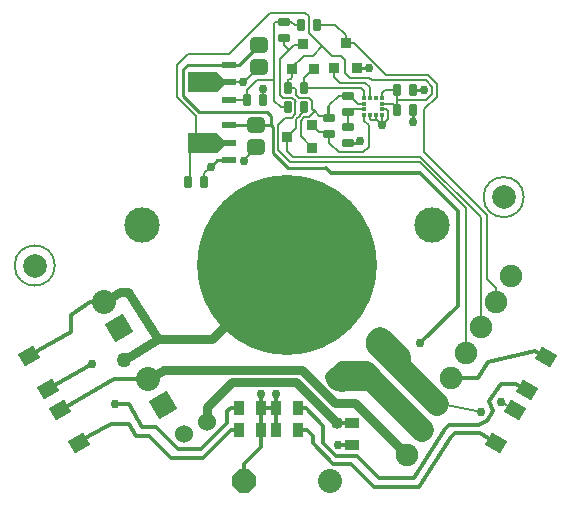
<source format=gtl>
G04 Layer_Physical_Order=1*
G04 Layer_Color=255*
%FSLAX24Y24*%
%MOIN*%
G70*
G01*
G75*
%ADD10C,0.0070*%
%ADD11C,0.0200*%
G04:AMPARAMS|DCode=12|XSize=47.2mil|YSize=59.1mil|CornerRadius=0mil|HoleSize=0mil|Usage=FLASHONLY|Rotation=240.000|XOffset=0mil|YOffset=0mil|HoleType=Round|Shape=Rectangle|*
%AMROTATEDRECTD12*
4,1,4,-0.0138,0.0352,0.0374,0.0057,0.0138,-0.0352,-0.0374,-0.0057,-0.0138,0.0352,0.0*
%
%ADD12ROTATEDRECTD12*%

G04:AMPARAMS|DCode=13|XSize=47.2mil|YSize=59.1mil|CornerRadius=0mil|HoleSize=0mil|Usage=FLASHONLY|Rotation=300.000|XOffset=0mil|YOffset=0mil|HoleType=Round|Shape=Rectangle|*
%AMROTATEDRECTD13*
4,1,4,-0.0374,0.0057,0.0138,0.0352,0.0374,-0.0057,-0.0138,-0.0352,-0.0374,0.0057,0.0*
%
%ADD13ROTATEDRECTD13*%

G04:AMPARAMS|DCode=14|XSize=52mil|YSize=60mil|CornerRadius=13mil|HoleSize=0mil|Usage=FLASHONLY|Rotation=270.000|XOffset=0mil|YOffset=0mil|HoleType=Round|Shape=RoundedRectangle|*
%AMROUNDEDRECTD14*
21,1,0.0520,0.0340,0,0,270.0*
21,1,0.0260,0.0600,0,0,270.0*
1,1,0.0260,-0.0170,-0.0130*
1,1,0.0260,-0.0170,0.0130*
1,1,0.0260,0.0170,0.0130*
1,1,0.0260,0.0170,-0.0130*
%
%ADD14ROUNDEDRECTD14*%
G04:AMPARAMS|DCode=15|XSize=78.7mil|YSize=78.7mil|CornerRadius=39.4mil|HoleSize=0mil|Usage=FLASHONLY|Rotation=45.000|XOffset=0mil|YOffset=0mil|HoleType=Round|Shape=RoundedRectangle|*
%AMROUNDEDRECTD15*
21,1,0.0787,0.0000,0,0,45.0*
21,1,0.0000,0.0787,0,0,45.0*
1,1,0.0787,0.0000,0.0000*
1,1,0.0787,0.0000,0.0000*
1,1,0.0787,0.0000,0.0000*
1,1,0.0787,0.0000,0.0000*
%
%ADD15ROUNDEDRECTD15*%
G04:AMPARAMS|DCode=16|XSize=78.7mil|YSize=78.7mil|CornerRadius=39.4mil|HoleSize=0mil|Usage=FLASHONLY|Rotation=60.000|XOffset=0mil|YOffset=0mil|HoleType=Round|Shape=RoundedRectangle|*
%AMROUNDEDRECTD16*
21,1,0.0787,0.0000,0,0,60.0*
21,1,0.0000,0.0787,0,0,60.0*
1,1,0.0787,0.0000,0.0000*
1,1,0.0787,0.0000,0.0000*
1,1,0.0787,0.0000,0.0000*
1,1,0.0787,0.0000,0.0000*
%
%ADD16ROUNDEDRECTD16*%
%ADD17R,0.0472X0.0197*%
%ADD18R,0.0394X0.0197*%
G04:AMPARAMS|DCode=19|XSize=29.1mil|YSize=39.4mil|CornerRadius=5.8mil|HoleSize=0mil|Usage=FLASHONLY|Rotation=0.000|XOffset=0mil|YOffset=0mil|HoleType=Round|Shape=RoundedRectangle|*
%AMROUNDEDRECTD19*
21,1,0.0291,0.0277,0,0,0.0*
21,1,0.0175,0.0394,0,0,0.0*
1,1,0.0117,0.0087,-0.0139*
1,1,0.0117,-0.0087,-0.0139*
1,1,0.0117,-0.0087,0.0139*
1,1,0.0117,0.0087,0.0139*
%
%ADD19ROUNDEDRECTD19*%
%ADD20R,0.0320X0.0360*%
%ADD21R,0.0360X0.0320*%
%ADD22R,0.0492X0.0335*%
%ADD23R,0.0148X0.0138*%
%ADD24R,0.0138X0.0148*%
%ADD25R,0.0335X0.0492*%
G04:AMPARAMS|DCode=26|XSize=29.1mil|YSize=39.4mil|CornerRadius=5.8mil|HoleSize=0mil|Usage=FLASHONLY|Rotation=90.000|XOffset=0mil|YOffset=0mil|HoleType=Round|Shape=RoundedRectangle|*
%AMROUNDEDRECTD26*
21,1,0.0291,0.0277,0,0,90.0*
21,1,0.0175,0.0394,0,0,90.0*
1,1,0.0117,0.0139,0.0087*
1,1,0.0117,0.0139,-0.0087*
1,1,0.0117,-0.0139,-0.0087*
1,1,0.0117,-0.0139,0.0087*
%
%ADD26ROUNDEDRECTD26*%
%ADD27C,0.0080*%
%ADD28C,0.0130*%
%ADD29C,0.0100*%
%ADD30C,0.0300*%
%ADD31C,0.0130*%
%ADD32C,0.0800*%
%ADD33C,0.0120*%
%ADD34C,0.0400*%
%ADD35C,0.0748*%
%ADD36C,0.1181*%
%ADD37C,0.6000*%
%ADD38C,0.0800*%
%ADD39P,0.0990X4X165.0*%
%ADD40P,0.0866X8X22.5*%
%ADD41C,0.0300*%
%ADD42C,0.0400*%
%ADD43C,0.0500*%
%ADD44C,0.0600*%
G36*
X2399Y12571D02*
X2635Y12334D01*
Y12137D01*
X2399Y11901D01*
X1415Y11901D01*
X1415Y12571D01*
X2399Y12571D01*
D02*
G37*
G36*
X2392Y14580D02*
X2628Y14344D01*
Y14147D01*
X2392Y13911D01*
X1408Y13911D01*
X1408Y14580D01*
X2392Y14580D01*
D02*
G37*
D10*
X-3021Y8140D02*
G03*
X-3021Y8140I-669J0D01*
G01*
X12609Y10420D02*
G03*
X12609Y10420I-669J0D01*
G01*
X7885Y13735D02*
Y13875D01*
X6751Y13342D02*
X7295D01*
X7492Y13735D02*
Y13922D01*
X8238Y13538D02*
X8392Y13385D01*
Y13340D02*
Y13385D01*
X7885Y13538D02*
X8238D01*
X7730Y12990D02*
X7885Y12835D01*
X7688Y12998D02*
Y13145D01*
X7680Y12990D02*
X7688Y12998D01*
X7680Y12990D02*
X7730D01*
X7885Y12835D02*
Y13149D01*
Y13342D02*
X8008D01*
X8070Y13280D01*
Y13019D02*
Y13280D01*
X7885Y12835D02*
X8070Y13019D01*
X7295Y12965D02*
Y13145D01*
X7492Y13018D02*
Y13145D01*
Y13018D02*
X7520Y12990D01*
X7680D01*
X7071Y13538D02*
X7295D01*
X6807Y13802D02*
X7071Y13538D01*
X6750Y13802D02*
X6807D01*
X7295Y13735D02*
Y13954D01*
D11*
X6957Y4754D02*
G03*
X7040Y4399I1658J200D01*
G01*
D12*
X12330Y3310D02*
D03*
X11700Y2219D02*
D03*
X13360Y5090D02*
D03*
X12730Y3999D02*
D03*
D13*
X-2850Y3320D02*
D03*
X-2220Y2229D02*
D03*
X-3870Y5120D02*
D03*
X-3240Y4029D02*
D03*
D14*
X3700Y12080D02*
D03*
Y12834D02*
D03*
X3790Y14750D02*
D03*
Y15504D02*
D03*
D15*
X-3690Y8140D02*
D03*
D16*
X11940Y10420D02*
D03*
D17*
X2793Y11645D02*
D03*
X2793Y12826D02*
D03*
X2786Y14836D02*
D03*
Y13655D02*
D03*
D18*
X2832Y12236D02*
D03*
X2825Y14246D02*
D03*
D19*
X1968Y10940D02*
D03*
X1432D02*
D03*
X8928Y13980D02*
D03*
X8392D02*
D03*
X8928Y13340D02*
D03*
X8392D02*
D03*
X3382Y13650D02*
D03*
X3918D02*
D03*
X5278Y13410D02*
D03*
X4742D02*
D03*
X4747Y14074D02*
D03*
X5283D02*
D03*
X5177Y16154D02*
D03*
X5713D02*
D03*
D20*
X6675Y15564D02*
D03*
X7055Y14731D02*
D03*
X6301D02*
D03*
X5255Y15514D02*
D03*
X5635Y14681D02*
D03*
X4881D02*
D03*
D21*
X4730Y12440D02*
D03*
X5564Y12820D02*
D03*
Y12066D02*
D03*
D22*
X6895Y2160D02*
D03*
Y2888D02*
D03*
D23*
X7295Y13731D02*
D03*
X7885D02*
D03*
X7295Y13538D02*
D03*
X7885D02*
D03*
X7295Y13342D02*
D03*
X7885D02*
D03*
X7295Y13149D02*
D03*
X7885D02*
D03*
D24*
X7492Y13735D02*
D03*
X7688D02*
D03*
X7492Y13145D02*
D03*
X7688D02*
D03*
D25*
X3111Y2649D02*
D03*
X3839D02*
D03*
X4366D02*
D03*
X5095D02*
D03*
X4366Y3399D02*
D03*
X5095D02*
D03*
X3111D02*
D03*
X3839D02*
D03*
D26*
X6750Y12752D02*
D03*
Y12217D02*
D03*
Y13267D02*
D03*
Y13802D02*
D03*
X4615Y16262D02*
D03*
Y15727D02*
D03*
X6135Y12531D02*
D03*
Y13066D02*
D03*
D27*
X7440Y12104D02*
Y12820D01*
X7260Y11924D02*
X7440Y12104D01*
X1680Y12350D02*
Y13130D01*
X1060Y13750D02*
X1680Y13130D01*
X1060Y13750D02*
Y14820D01*
X1430Y15190D02*
X2780D01*
X1060Y14820D02*
X1430Y15190D01*
X3290Y11670D02*
X3700Y12080D01*
X3290Y11640D02*
Y11670D01*
X4410Y12000D02*
X4820Y11590D01*
X1968Y11218D02*
X2190Y11440D01*
X1968Y10940D02*
Y11218D01*
X1490Y11980D02*
X1790Y12280D01*
X1490Y10998D02*
Y11980D01*
X1432Y10940D02*
X1490Y10998D01*
X4300Y13628D02*
X4518Y13410D01*
X4300Y13628D02*
Y14300D01*
X4518Y13410D02*
X4742D01*
X4280Y14320D02*
X4300Y14300D01*
X3710Y14320D02*
X4280D01*
X3286Y14246D02*
X3790Y14750D01*
X4470Y13840D02*
X4570Y13740D01*
X5283Y14074D02*
Y14388D01*
X5463Y13727D02*
X5550Y13640D01*
Y13370D02*
Y13640D01*
X5782Y13138D02*
X6080D01*
X4730Y11950D02*
Y12440D01*
X5463Y13103D02*
X5640Y13280D01*
X5170Y12460D02*
X5564Y12066D01*
X5550Y13370D02*
X5640Y13280D01*
X5782Y13138D01*
X5781Y12602D02*
X6080D01*
X5564Y12820D02*
X5781Y12602D01*
X4747Y14074D02*
X4956D01*
X5020Y14010D01*
Y13830D02*
Y14010D01*
Y13830D02*
X5123Y13727D01*
X5463D01*
X4570Y13740D02*
X4890D01*
X5010Y13620D01*
X5323Y13103D02*
X5463D01*
X5278Y13298D02*
Y13410D01*
X4730Y12440D02*
X5020Y12730D01*
Y13012D01*
X5148Y13140D01*
Y13168D01*
X5170Y12950D02*
X5298Y13077D01*
Y13078D01*
X5323Y13103D01*
X5148Y13168D02*
X5278Y13298D01*
X5170Y12460D02*
Y12950D01*
X4998Y13608D02*
X5010Y13620D01*
X4998Y13202D02*
Y13608D01*
X4870Y13074D02*
X4998Y13202D01*
X4730Y11950D02*
X4920Y11760D01*
X3918Y13650D02*
X3920Y13652D01*
Y14030D01*
X2786Y13655D02*
X3317D01*
X3322Y13650D01*
X4644Y13074D02*
X4870D01*
X4410Y12000D02*
Y12840D01*
X4644Y13074D01*
X6750Y13267D02*
X6751Y13266D01*
X6750Y12752D02*
Y13267D01*
X6440Y11924D02*
X7260D01*
X6448Y13802D02*
X6750D01*
X7295Y12965D02*
X7440Y12820D01*
X6135Y12229D02*
Y12531D01*
Y13066D02*
Y13489D01*
X6080Y13434D02*
X6135Y13489D01*
X3382Y13650D02*
Y13992D01*
X6135Y12229D02*
X6440Y11924D01*
X3382Y13992D02*
X3710Y14320D01*
X6135Y13489D02*
X6448Y13802D01*
X5283Y14388D02*
X5565Y14671D01*
X2780Y15190D02*
X4144Y16554D01*
X4470Y13840D02*
Y15029D01*
X4945Y15504D02*
X5185D01*
X4615Y15494D02*
Y15727D01*
Y15494D02*
X4775Y15334D01*
X4470Y15029D02*
X4775Y15334D01*
X4945Y15504D01*
X4300Y14300D02*
Y16209D01*
X4353Y16262D01*
X4615D01*
X4144Y16554D02*
X5335D01*
X5445Y16444D01*
X7492Y13922D02*
Y14078D01*
X8392Y13660D02*
Y13980D01*
Y13385D02*
Y13660D01*
X7990Y13980D02*
X8392D01*
X7885Y13875D02*
X7990Y13980D01*
X7551Y14314D02*
X9355D01*
X9565Y14104D01*
Y13864D02*
Y14104D01*
X9361Y13660D02*
X9565Y13864D01*
X8392Y13660D02*
X9361D01*
X9285Y13344D02*
X9715Y13774D01*
Y14204D01*
X9425Y14494D02*
X9715Y14204D01*
X5275Y15134D02*
X5575D01*
X6080Y13138D02*
Y13434D01*
X6301Y14438D02*
Y14731D01*
Y14438D02*
X6501Y14239D01*
X7175Y14074D02*
X7295Y13954D01*
X5283Y14074D02*
X7175D01*
X7331Y14239D02*
X7492Y14078D01*
X6501Y14239D02*
X7331D01*
X7461Y14404D02*
X7551Y14314D01*
X6805Y14404D02*
X7461D01*
X6665Y14544D02*
X6805Y14404D01*
X6665Y14544D02*
Y14984D01*
X6525Y15124D02*
X6665Y14984D01*
X6965Y15564D02*
X8035Y14494D01*
X9425D01*
X6675Y15564D02*
X6965D01*
X4845Y14374D02*
X4881Y14410D01*
Y14681D01*
X4747Y14325D02*
X4796Y14374D01*
X4747Y14074D02*
Y14325D01*
X4796Y14374D02*
X4845D01*
X4615Y16262D02*
X4617Y16264D01*
X4865D01*
X4975Y16154D01*
X5117D01*
X5177Y16214D01*
X5773Y16154D02*
X6335D01*
X6675Y15814D01*
Y15564D02*
Y15814D01*
X5445Y15894D02*
Y16444D01*
X6215Y15124D02*
X6525D01*
X5445Y15894D02*
X5890Y15449D01*
X6215Y15124D01*
X5575Y15134D02*
X5890Y15449D01*
X4851Y14711D02*
X5275Y15134D01*
X6080Y13062D02*
Y13138D01*
X9714Y3545D02*
X9714D01*
X4920Y11760D02*
X9169D01*
X9285Y11924D02*
Y13344D01*
X4820Y11590D02*
X9139D01*
X10685Y10045D01*
Y5230D02*
Y10045D01*
X9714Y3545D02*
X9714Y3545D01*
X9714Y3545D02*
X9714Y3545D01*
X9924Y3493D01*
X9714Y3545D02*
X11200Y3248D01*
X12284Y3233D02*
X12307Y3219D01*
X12331Y3312D02*
X12384Y3281D01*
X11850Y3598D02*
X12331Y3312D01*
X9708Y3546D02*
X9977D01*
X9169Y11760D02*
X11185Y9745D01*
Y6090D02*
Y9745D01*
X9285Y11924D02*
X11395Y9814D01*
Y7684D02*
Y9814D01*
Y7684D02*
X11675Y7405D01*
Y6940D02*
Y7405D01*
X5713Y16214D02*
X5773Y16154D01*
X2825Y14246D02*
X3286D01*
D28*
X-2663Y3430D02*
X-1037Y4361D01*
Y4362D02*
X87D01*
X-1163Y2859D02*
X-533D01*
X-2483Y5929D02*
Y6489D01*
X12723Y3986D02*
X12725Y3985D01*
X12985Y5285D02*
X13360Y5090D01*
X-3242Y4035D02*
X-1783Y4869D01*
X-3833Y5149D02*
X-2483Y5929D01*
Y6489D02*
X-1853Y6912D01*
X-1393D01*
X-1013Y3519D02*
X-533D01*
X11450Y3638D02*
X11600Y3298D01*
X5095Y3399D02*
X5340D01*
X6365Y1794D02*
X7050D01*
X7785Y1059D01*
X4365Y3854D02*
X4366Y3853D01*
Y3399D02*
Y3853D01*
X3839Y3399D02*
X4366D01*
X3839Y2649D02*
Y3399D01*
X4366Y2649D02*
Y3399D01*
X3839Y2078D02*
Y2649D01*
X3277Y1516D02*
X3839Y2078D01*
X3277Y959D02*
Y1516D01*
X6419Y2160D02*
X6895D01*
X6405Y2146D02*
X6419Y2160D01*
X6405Y2144D02*
Y2146D01*
X3839Y3848D02*
X3845Y3854D01*
X3839Y3399D02*
Y3848D01*
X6381Y2888D02*
X6895D01*
X6375Y2894D02*
X6381Y2888D01*
X-533Y3519D02*
X-100Y2754D01*
X355D01*
X-533Y2859D02*
X-319Y2474D01*
X115D01*
X2850Y2649D02*
X3111D01*
X5935Y2224D02*
X6365Y1794D01*
X5935Y2224D02*
Y2804D01*
X5340Y3399D02*
X5935Y2804D01*
X11731Y2277D02*
X11731Y2277D01*
X11755Y2265D01*
X7785Y1059D02*
X8937D01*
X7625Y759D02*
X9127D01*
X11380Y2948D02*
X11600Y3298D01*
X11075Y2821D02*
X11380Y2948D01*
X9127Y759D02*
X10186Y2410D01*
X11731Y2277D02*
X11731D01*
X11145Y2543D02*
X11700Y2219D01*
X10319Y2543D02*
X11145D01*
X10186Y2410D02*
X10319Y2543D01*
X10124Y2821D02*
X11075D01*
X9992Y2689D02*
X9992Y2689D01*
X10124Y2821D01*
X8937Y1059D02*
X9992Y2689D01*
X11856Y4203D02*
X12365D01*
X11838Y4184D02*
X11856Y4203D01*
X11450Y3638D02*
X11838Y4184D01*
X11421Y4918D02*
X12985Y5285D01*
X11089Y4386D02*
X11090Y4384D01*
X11421Y4918D01*
X355Y2754D02*
X1085Y2024D01*
X1855D01*
X115Y2474D02*
X855Y1734D01*
X1935D01*
X2850Y2649D01*
X2840Y3399D02*
X3111D01*
X1855Y2024D02*
X2735Y2904D01*
Y3294D01*
X2840Y3399D01*
X10170Y4386D02*
X11089D01*
X12365Y4203D02*
X12723Y3986D01*
X-2231Y2249D02*
X-1163Y2859D01*
D29*
X2786Y14836D02*
X3122D01*
X1406D02*
X2786D01*
X1250Y14680D02*
X1406Y14836D01*
X1250Y13790D02*
Y14680D01*
Y13790D02*
X1780Y13260D01*
X4040D01*
X4184Y13116D01*
Y12826D02*
Y13116D01*
X4250Y11900D02*
Y12760D01*
X4184Y12826D02*
X4250Y12760D01*
Y11900D02*
X4760Y11390D01*
X2190Y11440D02*
X2395Y11645D01*
X2793D01*
X3122Y14836D02*
X3790Y15504D01*
X2789Y14840D02*
X2890D01*
X6750Y12217D02*
X7158D01*
X7160Y12214D01*
X8928Y12942D02*
Y13340D01*
Y12942D02*
X8930Y12940D01*
X8928Y13980D02*
X9300D01*
X7049Y14737D02*
X7055Y14731D01*
X7439D01*
X4760Y11390D02*
X6019D01*
X2793Y12826D02*
X4184D01*
D30*
X-1393Y6912D02*
X-833Y7269D01*
X-715Y4984D02*
X435Y5684D01*
X-565Y7269D02*
X435Y5684D01*
X-833Y7269D02*
X-565D01*
X2232Y5684D02*
X4717Y8169D01*
X435Y5684D02*
X2232D01*
X6971Y3574D02*
X8725Y1820D01*
X6305Y3574D02*
X6971D01*
X610Y4674D02*
X5205D01*
X6305Y3574D01*
X2885Y4254D02*
X5025D01*
X2047Y3416D02*
X2885Y4254D01*
X2047Y2919D02*
Y3416D01*
X87Y4362D02*
X610Y4674D01*
X6375Y2894D02*
Y2904D01*
X5025Y4254D02*
X6375Y2904D01*
D31*
X6850Y1534D02*
X7625Y759D01*
X5095Y2649D02*
X5380D01*
X5575Y2454D01*
Y2214D02*
Y2454D01*
Y2214D02*
X6255Y1534D01*
X6850D01*
D32*
X7828Y5701D02*
X7830Y5699D01*
X8437Y4797D02*
X9709Y3525D01*
X8437Y4797D02*
Y5092D01*
X7743Y5491D02*
X8437Y4797D01*
X7830Y5699D02*
X8437Y5092D01*
X7743Y5491D02*
Y5613D01*
X7743Y5612D02*
X7830Y5699D01*
X6505Y4354D02*
X6545Y4314D01*
X6415Y4354D02*
X6505D01*
X7535D02*
X9217Y2673D01*
X7336Y4553D02*
X7535Y4354D01*
X6505D02*
X7535D01*
D33*
X9165Y5554D02*
X10415Y6804D01*
Y9954D01*
X9145Y11224D02*
X10415Y9954D01*
X6019Y11390D02*
X6185Y11224D01*
X9145D01*
D34*
X6200Y4409D02*
X6295Y4314D01*
X6545D01*
X6200Y4409D02*
X6545Y4754D01*
X6957D01*
X7395D01*
D35*
X12170Y7787D02*
D03*
X11677Y6935D02*
D03*
X11185Y6082D02*
D03*
X10693Y5230D02*
D03*
X10201Y4377D02*
D03*
X9709Y3525D02*
D03*
X9217Y2673D02*
D03*
X8725Y1820D02*
D03*
D36*
X-103Y9479D02*
D03*
X9557D02*
D03*
D37*
X4717Y8169D02*
D03*
D38*
X6157Y959D02*
D03*
X87Y4362D02*
D03*
X-1393Y6912D02*
D03*
D39*
X587Y3496D02*
D03*
X-893Y6046D02*
D03*
D40*
X3277Y959D02*
D03*
D41*
X3290Y11640D02*
D03*
X2190Y11440D02*
D03*
X3240Y14250D02*
D03*
X-1783Y4869D02*
D03*
X-1013Y3519D02*
D03*
X9300Y13980D02*
D03*
X3920Y14030D02*
D03*
X7160Y12290D02*
D03*
X8930Y12940D02*
D03*
X7885Y12835D02*
D03*
X4365Y3854D02*
D03*
X6405Y2144D02*
D03*
X3845Y3854D02*
D03*
X7439Y14731D02*
D03*
X9165Y5554D02*
D03*
X11850Y3598D02*
D03*
X11200Y3248D02*
D03*
D42*
X8123Y5520D02*
D03*
X6814Y4682D02*
D03*
X6375Y2894D02*
D03*
X7794Y5219D02*
D03*
X7704Y5652D02*
D03*
X8253Y5068D02*
D03*
X6415Y4354D02*
D03*
X6815Y4194D02*
D03*
X7215Y4444D02*
D03*
D43*
X-715Y4984D02*
D03*
D44*
X2047Y2919D02*
D03*
X1297Y2529D02*
D03*
M02*

</source>
